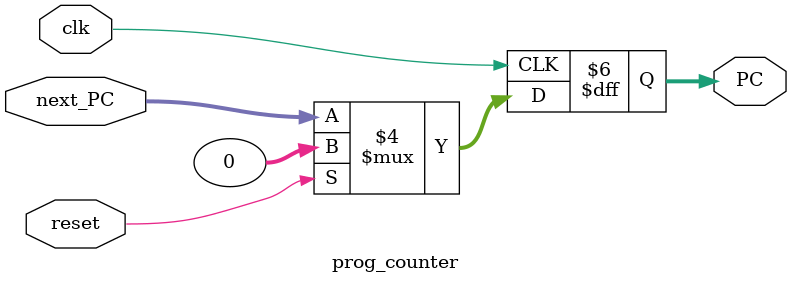
<source format=v>
`timescale 1ns / 1ps

module prog_counter(
    input clk,
    input reset,
    input [31:0] next_PC,
    output reg [31:0] PC
);

initial begin
    PC = 0;
end

always @(posedge clk) begin
    if (reset) begin
        PC = 0;
    end
    else begin
        PC = next_PC;
    end
end

endmodule

</source>
